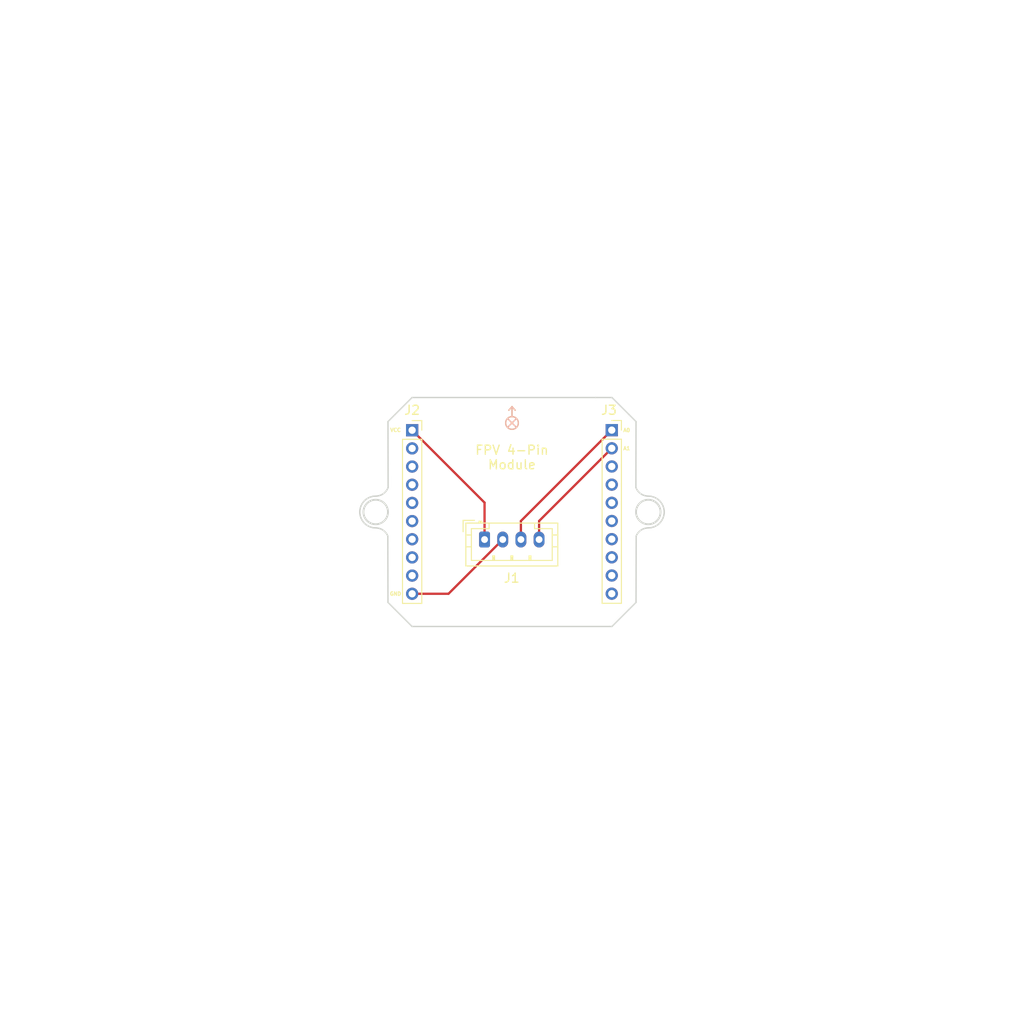
<source format=kicad_pcb>
(kicad_pcb (version 20221018) (generator pcbnew)
  (title_block (title "4-pin FPV Interface for Bitcraze Crazyflie 2.0") (date "2023-10-02") (company "Jose Ignacio Granados Marín") (comment 1 "Desarrollo de un vehículo aéreo no tripulado modular de bajo costo") (comment 2 "Trabajo Final de Graduación") (comment 3 "Área Académica de Ingeniería en Computadores") (comment 4 "Instituto Tecnológico de Costa Rica"))
  (layers (0 "F.Cu" signal) (31 "B.Cu" signal) (34 "B.Paste" user) (35 "F.Paste" user) (36 "B.SilkS" user "B.Silkscreen") (37 "F.SilkS" user "F.Silkscreen") (38 "B.Mask" user) (39 "F.Mask" user) (44 "Edge.Cuts" user))
  (net 0 "")
  (net 1 "Net-(J1-Pin_1)")
  (net 2 "Net-(J1-Pin_2)")
  (net 3 "Net-(J1-Pin_3)")
  (net 4 "Net-(J1-Pin_4)")
  (footprint "Connector_PinSocket_2.00mm:PinSocket_1x10_P2.00mm_Vertical" (layer "F.Cu") (at 138.33 71.28)
    (fp_text reference "J2" (at 0 -2.21) (layer "F.SilkS"))
    (fp_text value "Conn_01x10_Socket" hide)
    (fp_line (start -1.06 1) (end -1.06 19.06) (stroke (width 0.12)) (layer "F.SilkS"))
    (fp_line (start -1.06 1) (end 1.06 1) (stroke (width 0.12)) (layer "F.SilkS"))
    (fp_line (start -1.06 19.06) (end 1.06 19.06) (stroke (width 0.12)) (layer "F.SilkS"))
    (fp_line (start 0 -1.06) (end 1.06 -1.06) (stroke (width 0.12)) (layer "F.SilkS"))
    (fp_line (start 1.06 -1.06) (end 1.06 0) (stroke (width 0.12)) (layer "F.SilkS"))
    (fp_line (start 1.06 1) (end 1.06 19.06) (stroke (width 0.12)) (layer "F.SilkS"))
    (pad "1" thru_hole rect (at 0 0) (size 1.35 1.35) (drill 0.8) (layers "*.Cu" "*.Mask") (net 1 "Net-(J1-Pin_1)"))
    (pad "2" thru_hole oval (at 0 2) (size 1.35 1.35) (drill 0.8) (layers "*.Cu" "*.Mask"))
    (pad "3" thru_hole oval (at 0 4) (size 1.35 1.35) (drill 0.8) (layers "*.Cu" "*.Mask"))
    (pad "4" thru_hole oval (at 0 6) (size 1.35 1.35) (drill 0.8) (layers "*.Cu" "*.Mask"))
    (pad "5" thru_hole oval (at 0 8) (size 1.35 1.35) (drill 0.8) (layers "*.Cu" "*.Mask"))
    (pad "6" thru_hole oval (at 0 10) (size 1.35 1.35) (drill 0.8) (layers "*.Cu" "*.Mask"))
    (pad "7" thru_hole oval (at 0 12) (size 1.35 1.35) (drill 0.8) (layers "*.Cu" "*.Mask"))
    (pad "8" thru_hole oval (at 0 14) (size 1.35 1.35) (drill 0.8) (layers "*.Cu" "*.Mask"))
    (pad "9" thru_hole oval (at 0 16) (size 1.35 1.35) (drill 0.8) (layers "*.Cu" "*.Mask"))
    (pad "10" thru_hole oval (at 0 18) (size 1.35 1.35) (drill 0.8) (layers "*.Cu" "*.Mask") (net 2 "Net-(J1-Pin_2)"))
  )
  (footprint "bitcraze:EXP_ORIENTATION" (layer "F.Cu") (at 149.32 70.48 90)
    (fp_text reference "EXP_ORIENTATION" hide)
    (fp_text value "VAL**" hide)
    (fp_line (start 0 0) (end -0.475 -0.475) (stroke (width 0.15)) (layer "B.SilkS"))
    (fp_line (start 0 0) (end -0.475 0.475) (stroke (width 0.15)) (layer "B.SilkS"))
    (fp_line (start 0 0) (end 0.475 -0.475) (stroke (width 0.15)) (layer "B.SilkS"))
    (fp_line (start 0 0) (end 0.475 0.475) (stroke (width 0.15)) (layer "B.SilkS"))
    (fp_line (start 0.7 0) (end 1.8 0) (stroke (width 0.15)) (layer "B.SilkS"))
    (fp_line (start 1.8 0) (end 1.4 -0.35) (stroke (width 0.15)) (layer "B.SilkS"))
    (fp_line (start 1.8 0) (end 1.4 0.35) (stroke (width 0.15)) (layer "B.SilkS"))
    (fp_circle (center 0 0) (end 0.7 0.025) (stroke (width 0.15)) (fill none) (layer "B.SilkS"))
    (fp_line (start 0.7 0) (end 1.8 0) (stroke (width 0.15)) (layer "F.SilkS"))
    (fp_line (start 1.8 0) (end 1.4 -0.35) (stroke (width 0.15)) (layer "F.SilkS"))
    (fp_line (start 1.8 0) (end 1.4 0.35) (stroke (width 0.15)) (layer "F.SilkS"))
    (fp_circle (center 0 0) (end 0.075 0.025) (stroke (width 0.15)) (fill none) (layer "F.SilkS"))
    (fp_circle (center 0 0) (end 0.7 0.025) (stroke (width 0.15)) (fill none) (layer "F.SilkS"))
  )
  (footprint "Connector_PinSocket_2.00mm:PinSocket_1x10_P2.00mm_Vertical" (layer "F.Cu") (at 160.3 71.27)
    (fp_text reference "J3" (at -0.31 -2.2) (layer "F.SilkS"))
    (fp_text value "Conn_01x10_Socket" hide)
    (fp_line (start -1.06 1) (end -1.06 19.06) (stroke (width 0.12)) (layer "F.SilkS"))
    (fp_line (start -1.06 1) (end 1.06 1) (stroke (width 0.12)) (layer "F.SilkS"))
    (fp_line (start -1.06 19.06) (end 1.06 19.06) (stroke (width 0.12)) (layer "F.SilkS"))
    (fp_line (start 0 -1.06) (end 1.06 -1.06) (stroke (width 0.12)) (layer "F.SilkS"))
    (fp_line (start 1.06 -1.06) (end 1.06 0) (stroke (width 0.12)) (layer "F.SilkS"))
    (fp_line (start 1.06 1) (end 1.06 19.06) (stroke (width 0.12)) (layer "F.SilkS"))
    (pad "1" thru_hole rect (at 0 0) (size 1.35 1.35) (drill 0.8) (layers "*.Cu" "*.Mask") (net 3 "Net-(J1-Pin_3)"))
    (pad "2" thru_hole oval (at 0 2) (size 1.35 1.35) (drill 0.8) (layers "*.Cu" "*.Mask") (net 4 "Net-(J1-Pin_4)"))
    (pad "3" thru_hole oval (at 0 4) (size 1.35 1.35) (drill 0.8) (layers "*.Cu" "*.Mask"))
    (pad "4" thru_hole oval (at 0 6) (size 1.35 1.35) (drill 0.8) (layers "*.Cu" "*.Mask"))
    (pad "5" thru_hole oval (at 0 8) (size 1.35 1.35) (drill 0.8) (layers "*.Cu" "*.Mask"))
    (pad "6" thru_hole oval (at 0 10) (size 1.35 1.35) (drill 0.8) (layers "*.Cu" "*.Mask"))
    (pad "7" thru_hole oval (at 0 12) (size 1.35 1.35) (drill 0.8) (layers "*.Cu" "*.Mask"))
    (pad "8" thru_hole oval (at 0 14) (size 1.35 1.35) (drill 0.8) (layers "*.Cu" "*.Mask"))
    (pad "9" thru_hole oval (at 0 16) (size 1.35 1.35) (drill 0.8) (layers "*.Cu" "*.Mask"))
    (pad "10" thru_hole oval (at 0 18) (size 1.35 1.35) (drill 0.8) (layers "*.Cu" "*.Mask"))
  )
  (footprint "Connector_JST:JST_PH_B4B-PH-K_1x04_P2.00mm_Vertical" (layer "F.Cu") (at 146.3 83.31)
    (fp_text reference "J1" (at 2.99 4.24) (layer "F.SilkS"))
    (fp_text value "Conn_01x04_Socket" hide)
    (fp_line (start -2.36 -2.11) (end -2.36 -0.86) (stroke (width 0.12)) (layer "F.SilkS"))
    (fp_line (start -2.06 -1.81) (end -2.06 2.91) (stroke (width 0.12)) (layer "F.SilkS"))
    (fp_line (start -2.06 -0.5) (end -1.45 -0.5) (stroke (width 0.12)) (layer "F.SilkS"))
    (fp_line (start -2.06 0.8) (end -1.45 0.8) (stroke (width 0.12)) (layer "F.SilkS"))
    (fp_line (start -2.06 2.91) (end 8.06 2.91) (stroke (width 0.12)) (layer "F.SilkS"))
    (fp_line (start -1.45 -1.2) (end -1.45 2.3) (stroke (width 0.12)) (layer "F.SilkS"))
    (fp_line (start -1.45 2.3) (end 7.45 2.3) (stroke (width 0.12)) (layer "F.SilkS"))
    (fp_line (start -1.11 -2.11) (end -2.36 -2.11) (stroke (width 0.12)) (layer "F.SilkS"))
    (fp_line (start -0.6 -2.01) (end -0.6 -1.81) (stroke (width 0.12)) (layer "F.SilkS"))
    (fp_line (start -0.3 -2.01) (end -0.6 -2.01) (stroke (width 0.12)) (layer "F.SilkS"))
    (fp_line (start -0.3 -1.91) (end -0.6 -1.91) (stroke (width 0.12)) (layer "F.SilkS"))
    (fp_line (start -0.3 -1.81) (end -0.3 -2.01) (stroke (width 0.12)) (layer "F.SilkS"))
    (fp_line (start 0.5 -1.81) (end 0.5 -1.2) (stroke (width 0.12)) (layer "F.SilkS"))
    (fp_line (start 0.5 -1.2) (end -1.45 -1.2) (stroke (width 0.12)) (layer "F.SilkS"))
    (fp_line (start 0.9 1.8) (end 1.1 1.8) (stroke (width 0.12)) (layer "F.SilkS"))
    (fp_line (start 0.9 2.3) (end 0.9 1.8) (stroke (width 0.12)) (layer "F.SilkS"))
    (fp_line (start 1 2.3) (end 1 1.8) (stroke (width 0.12)) (layer "F.SilkS"))
    (fp_line (start 1.1 1.8) (end 1.1 2.3) (stroke (width 0.12)) (layer "F.SilkS"))
    (fp_line (start 2.9 1.8) (end 3.1 1.8) (stroke (width 0.12)) (layer "F.SilkS"))
    (fp_line (start 2.9 2.3) (end 2.9 1.8) (stroke (width 0.12)) (layer "F.SilkS"))
    (fp_line (start 3 2.3) (end 3 1.8) (stroke (width 0.12)) (layer "F.SilkS"))
    (fp_line (start 3.1 1.8) (end 3.1 2.3) (stroke (width 0.12)) (layer "F.SilkS"))
    (fp_line (start 4.9 1.8) (end 5.1 1.8) (stroke (width 0.12)) (layer "F.SilkS"))
    (fp_line (start 4.9 2.3) (end 4.9 1.8) (stroke (width 0.12)) (layer "F.SilkS"))
    (fp_line (start 5 2.3) (end 5 1.8) (stroke (width 0.12)) (layer "F.SilkS"))
    (fp_line (start 5.1 1.8) (end 5.1 2.3) (stroke (width 0.12)) (layer "F.SilkS"))
    (fp_line (start 5.5 -1.2) (end 5.5 -1.81) (stroke (width 0.12)) (layer "F.SilkS"))
    (fp_line (start 7.45 -1.2) (end 5.5 -1.2) (stroke (width 0.12)) (layer "F.SilkS"))
    (fp_line (start 7.45 2.3) (end 7.45 -1.2) (stroke (width 0.12)) (layer "F.SilkS"))
    (fp_line (start 8.06 -1.81) (end -2.06 -1.81) (stroke (width 0.12)) (layer "F.SilkS"))
    (fp_line (start 8.06 -0.5) (end 7.45 -0.5) (stroke (width 0.12)) (layer "F.SilkS"))
    (fp_line (start 8.06 0.8) (end 7.45 0.8) (stroke (width 0.12)) (layer "F.SilkS"))
    (fp_line (start 8.06 2.91) (end 8.06 -1.81) (stroke (width 0.12)) (layer "F.SilkS"))
    (pad "1" thru_hole roundrect (at 0 0) (size 1.2 1.75) (drill 0.75) (layers "*.Cu" "*.Mask") (roundrect_rratio 0.2083333333) (net 1 "Net-(J1-Pin_1)"))
    (pad "2" thru_hole oval (at 2 0) (size 1.2 1.75) (drill 0.75) (layers "*.Cu" "*.Mask") (net 2 "Net-(J1-Pin_2)"))
    (pad "3" thru_hole oval (at 4 0) (size 1.2 1.75) (drill 0.75) (layers "*.Cu" "*.Mask") (net 3 "Net-(J1-Pin_3)"))
    (pad "4" thru_hole oval (at 6 0) (size 1.2 1.75) (drill 0.75) (layers "*.Cu" "*.Mask") (net 4 "Net-(J1-Pin_4)"))
  )
  (gr_line (start 133.291018 78.86448) (end 133.211854 78.925557) (stroke (width 0.15)) (layer "Edge.Cuts"))
  (gr_line (start 134.87665 78.419266) (end 134.783021 78.454333) (stroke (width 0.15)) (layer "Edge.Cuts"))
  (gr_line (start 134.517179 82.044017) (end 134.615656 82.061292) (stroke (width 0.15)) (layer "Edge.Cuts"))
  (gr_line (start 166.069317 80.231112) (end 166.069254 80.331099) (stroke (width 0.15)) (layer "Edge.Cuts"))
  (gr_line (start 165.642957 79.134449) (end 165.706222 79.211876) (stroke (width 0.15)) (layer "Edge.Cuts"))
  (gr_line (start 163.325178 82.428846) (end 163.255116 82.500172) (stroke (width 0.15)) (layer "Edge.Cuts"))
  (gr_line (start 133.37354 78.808023) (end 133.291018 78.86448) (stroke (width 0.15)) (layer "Edge.Cuts"))
  (gr_line (start 164.519565 78.541416) (end 164.618533 78.555651) (stroke (width 0.15)) (layer "Edge.Cuts"))
  (gr_line (start 165.911271 81.008256) (end 165.867082 81.097948) (stroke (width 0.15)) (layer "Edge.Cuts"))
  (gr_line (start 133.925628 81.984985) (end 134.023647 82.004725) (stroke (width 0.15)) (layer "Edge.Cuts"))
  (gr_line (start 135.653179 82.919159) (end 135.67 90.23) (stroke (width 0.15)) (layer "Edge.Cuts"))
  (gr_line (start 132.627258 79.836012) (end 132.604664 79.933413) (stroke (width 0.15)) (layer "Edge.Cuts"))
  (gr_line (start 134.615656 82.061292) (end 134.712708 82.085312) (stroke (width 0.15)) (layer "Edge.Cuts"))
  (gr_line (start 162.22 69.58) (end 160.32 67.68) (stroke (width 0.15)) (layer "Edge.Cuts"))
  (gr_line (start 164.32217 82.029999) (end 164.32217 82.029999) (stroke (width 0.15)) (layer "Edge.Cuts"))
  (gr_line (start 164.248807 78.528256) (end 164.32 78.53) (stroke (width 0.15)) (layer "Edge.Cuts"))
  (gr_line (start 135.220639 78.217609) (end 135.140051 78.276783) (stroke (width 0.15)) (layer "Edge.Cuts"))
  (gr_line (start 133.73377 81.928889) (end 133.828898 81.959678) (stroke (width 0.15)) (layer "Edge.Cuts"))
  (gr_line (start 166.034897 80.628755) (end 166.01218 80.726127) (stroke (width 0.15)) (layer "Edge.Cuts"))
  (gr_line (start 135.684789 77.578396) (end 135.647017 77.670967) (stroke (width 0.15)) (layer "Edge.Cuts"))
  (gr_line (start 133.137939 81.570439) (end 133.213567 81.635842) (stroke (width 0.15)) (layer "Edge.Cuts"))
  (gr_line (start 132.655378 79.740062) (end 132.627258 79.836012) (stroke (width 0.15)) (layer "Edge.Cuts"))
  (gr_circle (center 164.32 80.28) (end 165.67 80.28) (stroke (width 0.2)) (fill none) (layer "Edge.Cuts"))
  (gr_line (start 135.384884 82.500172) (end 135.449863 82.576157) (stroke (width 0.15)) (layer "Edge.Cuts"))
  (gr_line (start 132.62782 80.726127) (end 132.656061 80.822042) (stroke (width 0.15)) (layer "Edge.Cuts"))
  (gr_line (start 165.867082 81.097948) (end 165.817842 81.18497) (stroke (width 0.15)) (layer "Edge.Cuts"))
  (gr_line (start 135.647017 77.670967) (end 135.602974 77.760724) (stroke (width 0.15)) (layer "Edge.Cuts"))
  (gr_line (start 164.811102 81.959678) (end 164.714372 81.984985) (stroke (width 0.15)) (layer "Edge.Cuts"))
  (gr_line (start 165.503691 78.991056) (end 165.575373 79.060763) (stroke (width 0.15)) (layer "Edge.Cuts"))
  (gr_line (start 132.933778 79.211876) (end 132.875038 79.292789) (stroke (width 0.15)) (layer "Edge.Cuts"))
  (gr_line (start 134.32 78.53) (end 134.220054 78.532856) (stroke (width 0.15)) (layer "Edge.Cuts"))
  (gr_line (start 165.426433 81.635842) (end 165.347192 81.696819) (stroke (width 0.15)) (layer "Edge.Cuts"))
  (gr_line (start 166.052016 80.530245) (end 166.034897 80.628755) (stroke (width 0.15)) (layer "Edge.Cuts"))
  (gr_line (start 134.712708 82.085312) (end 134.807874 82.115963) (stroke (width 0.15)) (layer "Edge.Cuts"))
  (gr_line (start 165.180848 78.756372) (end 165.26646 78.808023) (stroke (width 0.15)) (layer "Edge.Cuts"))
  (gr_line (start 135.140051 78.276783) (end 135.055588 78.330281) (stroke (width 0.15)) (layer "Edge.Cuts"))
  (gr_line (start 135.314822 82.428846) (end 135.384884 82.500172) (stroke (width 0.15)) (layer "Edge.Cuts"))
  (gr_line (start 165.950266 80.916188) (end 165.911271 81.008256) (stroke (width 0.15)) (layer "Edge.Cuts"))
  (gr_circle (center 134.32 80.28) (end 135.67 80.28) (stroke (width 0.2)) (fill none) (layer "Edge.Cuts"))
  (gr_line (start 134.687204 78.482884) (end 134.589652 78.504785) (stroke (width 0.15)) (layer "Edge.Cuts"))
  (gr_line (start 162.955211 77.578396) (end 162.992983 77.670967) (stroke (width 0.15)) (layer "Edge.Cuts"))
  (gr_line (start 164.417737 82.027269) (end 164.32217 82.029999) (stroke (width 0.15)) (layer "Edge.Cuts"))
  (gr_line (start 163.190137 82.576157) (end 163.130547 82.656438) (stroke (width 0.15)) (layer "Edge.Cuts"))
  (gr_line (start 132.72781 79.553755) (end 132.688931 79.645873) (stroke (width 0.15)) (layer "Edge.Cuts"))
  (gr_line (start 134.220054 78.532856) (end 134.120435 78.541416) (stroke (width 0.15)) (layer "Edge.Cuts"))
  (gr_line (start 165.641508 81.427222) (end 165.573831 81.500823) (stroke (width 0.15)) (layer "Edge.Cuts"))
  (gr_line (start 163.143059 77.930117) (end 163.20455 78.008951) (stroke (width 0.15)) (layer "Edge.Cuts"))
  (gr_line (start 165.868114 79.464008) (end 165.91219 79.553755) (stroke (width 0.15)) (layer "Edge.Cuts"))
  (gr_line (start 132.576519 80.430918) (end 132.587984 80.530245) (stroke (width 0.15)) (layer "Edge.Cuts"))
  (gr_line (start 133.461078 81.804715) (end 133.54956 81.851281) (stroke (width 0.15)) (layer "Edge.Cuts"))
  (gr_line (start 165.001482 78.668143) (end 165.092426 78.709694) (stroke (width 0.15)) (layer "Edge.Cuts"))
  (gr_line (start 163.562411 82.246089) (end 163.479191 82.301502) (stroke (width 0.15)) (layer "Edge.Cuts"))
  (gr_line (start 163.952796 78.482884) (end 164.050348 78.504785) (stroke (width 0.15)) (layer "Edge.Cuts"))
  (gr_line (start 163.076632 82.740636) (end 163.028647 82.828348) (stroke (width 0.15)) (layer "Edge.Cuts"))
  (gr_line (start 133.213567 81.635842) (end 133.292808 81.696819) (stroke (width 0.15)) (layer "Edge.Cuts"))
  (gr_line (start 164.32217 82.029999) (end 164.222254 82.03357) (stroke (width 0.15)) (layer "Edge.Cuts"))
  (gr_line (start 163.271312 78.083376) (end 163.343028 78.153038) (stroke (width 0.15)) (layer "Edge.Cuts"))
  (gr_line (start 133.54956 81.851281) (end 133.640556 81.892717) (stroke (width 0.15)) (layer "Edge.Cuts"))
  (gr_line (start 133.066169 81.500823) (end 133.137939 81.570439) (stroke (width 0.15)) (layer "Edge.Cuts"))
  (gr_line (start 163.399988 82.362517) (end 163.325178 82.428846) (stroke (width 0.15)) (layer "Edge.Cuts"))
  (gr_line (start 163.130547 82.656438) (end 163.076632 82.740636) (stroke (width 0.15)) (layer "Edge.Cuts"))
  (gr_line (start 135.160809 82.301502) (end 135.240012 82.362517) (stroke (width 0.15)) (layer "Edge.Cuts"))
  (gr_line (start 132.821015 79.376924) (end 132.771886 79.464008) (stroke (width 0.15)) (layer "Edge.Cuts"))
  (gr_line (start 133.731686 78.631853) (end 133.638518 78.668143) (stroke (width 0.15)) (layer "Edge.Cuts"))
  (gr_line (start 135.55287 77.847244) (end 135.496941 77.930117) (stroke (width 0.15)) (layer "Edge.Cuts"))
  (gr_line (start 165.763713 81.269037) (end 165.704871 81.349876) (stroke (width 0.15)) (layer "Edge.Cuts"))
  (gr_line (start 135.496941 77.930117) (end 135.43545 78.008951) (stroke (width 0.15)) (layer "Edge.Cuts"))
  (gr_line (start 163.08713 77.847244) (end 163.143059 77.930117) (stroke (width 0.15)) (layer "Edge.Cuts"))
  (gr_line (start 133.064627 79.060763) (end 132.997043 79.134449) (stroke (width 0.15)) (layer "Edge.Cuts"))
  (gr_line (start 166.063481 80.430918) (end 166.052016 80.530245) (stroke (width 0.15)) (layer "Edge.Cuts"))
  (gr_line (start 134.31783 82.029999) (end 134.417746 82.03357) (stroke (width 0.15)) (layer "Edge.Cuts"))
  (gr_line (start 164.999444 81.892717) (end 164.90623 81.928889) (stroke (width 0.15)) (layer "Edge.Cuts"))
  (gr_line (start 132.997043 79.134449) (end 132.933778 79.211876) (stroke (width 0.15)) (layer "Edge.Cuts"))
  (gr_line (start 163.419361 78.217609) (end 163.499949 78.276783) (stroke (width 0.15)) (layer "Edge.Cuts"))
  (gr_line (start 165.178922 81.804715) (end 165.09044 81.851281) (stroke (width 0.15)) (layer "Edge.Cuts"))
  (gr_line (start 135.055588 78.330281) (end 134.967649 78.377851) (stroke (width 0.15)) (layer "Edge.Cuts"))
  (gr_line (start 164.122821 82.044017) (end 164.024344 82.061292) (stroke (width 0.15)) (layer "Edge.Cuts"))
  (gr_line (start 133.923474 78.575515) (end 133.826775 78.600944) (stroke (width 0.15)) (layer "Edge.Cuts"))
  (gr_line (start 165.706222 79.211876) (end 165.764962 79.292789) (stroke (width 0.15)) (layer "Edge.Cuts"))
  (gr_line (start 163.037026 77.760724) (end 163.08713 77.847244) (stroke (width 0.15)) (layer "Edge.Cuts"))
  (gr_line (start 135.509453 82.656438) (end 135.563368 82.740636) (stroke (width 0.15)) (layer "Edge.Cuts"))
  (gr_line (start 164.517367 82.018835) (end 164.417737 82.027269) (stroke (width 0.15)) (layer "Edge.Cuts"))
  (gr_line (start 132.876287 81.269037) (end 132.935129 81.349876) (stroke (width 0.15)) (layer "Edge.Cuts"))
  (gr_line (start 132.998492 81.427222) (end 133.066169 81.500823) (stroke (width 0.15)) (layer "Edge.Cuts"))
  (gr_line (start 164.222254 82.03357) (end 164.122821 82.044017) (stroke (width 0.15)) (layer "Edge.Cuts"))
  (gr_line (start 135.602974 77.760724) (end 135.55287 77.847244) (stroke (width 0.15)) (layer "Edge.Cuts"))
  (gr_line (start 165.09044 81.851281) (end 164.999444 81.892717) (stroke (width 0.15)) (layer "Edge.Cuts"))
  (gr_line (start 132.822158 81.18497) (end 132.876287 81.269037) (stroke (width 0.15)) (layer "Edge.Cuts"))
  (gr_line (start 163.76335 78.419266) (end 163.856979 78.454333) (stroke (width 0.15)) (layer "Edge.Cuts"))
  (gr_line (start 134.967649 78.377851) (end 134.87665 78.419266) (stroke (width 0.15)) (layer "Edge.Cuts"))
  (gr_line (start 135.077589 82.246089) (end 135.160809 82.301502) (stroke (width 0.15)) (layer "Edge.Cuts"))
  (gr_line (start 135.43545 78.008951) (end 135.368688 78.083376) (stroke (width 0.15)) (layer "Edge.Cuts"))
  (gr_line (start 163.672351 78.377851) (end 163.76335 78.419266) (stroke (width 0.15)) (layer "Edge.Cuts"))
  (gr_line (start 132.587669 80.031944) (end 132.57633 80.131285) (stroke (width 0.15)) (layer "Edge.Cuts"))
  (gr_line (start 166.069254 80.331099) (end 166.063481 80.430918) (stroke (width 0.15)) (layer "Edge.Cuts"))
  (gr_line (start 132.688931 79.645873) (end 132.655378 79.740062) (stroke (width 0.15)) (layer "Edge.Cuts"))
  (gr_line (start 165.348982 78.86448) (end 165.428146 78.925557) (stroke (width 0.15)) (layer "Edge.Cuts"))
  (gr_line (start 163.028647 82.828348) (end 162.986821 82.919159) (stroke (width 0.15)) (layer "Edge.Cuts"))
  (gr_line (start 138.32 67.68) (end 158.52 67.68) (stroke (width 0.15)) (layer "Edge.Cuts"))
  (gr_line (start 163.20455 78.008951) (end 163.271312 78.083376) (stroke (width 0.15)) (layer "Edge.Cuts"))
  (gr_line (start 134.807874 82.115963) (end 134.900701 82.153098) (stroke (width 0.15)) (layer "Edge.Cuts"))
  (gr_line (start 165.428146 78.925557) (end 165.503691 78.991056) (stroke (width 0.15)) (layer "Edge.Cuts"))
  (gr_line (start 166.052331 80.031944) (end 166.06367 80.131285) (stroke (width 0.15)) (layer "Edge.Cuts"))
  (gr_line (start 134.391193 78.528256) (end 134.32 78.53) (stroke (width 0.15)) (layer "Edge.Cuts"))
  (gr_line (start 132.875038 79.292789) (end 132.821015 79.376924) (stroke (width 0.15)) (layer "Edge.Cuts"))
  (gr_line (start 165.573831 81.500823) (end 165.502061 81.570439) (stroke (width 0.15)) (layer "Edge.Cuts"))
  (gr_line (start 164.908314 78.631853) (end 165.001482 78.668143) (stroke (width 0.15)) (layer "Edge.Cuts"))
  (gr_line (start 136.42 90.98) (end 138.32 92.88) (stroke (width 0.15)) (layer "Edge.Cuts"))
  (gr_line (start 133.638518 78.668143) (end 133.547574 78.709694) (stroke (width 0.15)) (layer "Edge.Cuts"))
  (gr_line (start 134.490826 78.519933) (end 134.391193 78.528256) (stroke (width 0.15)) (layer "Edge.Cuts"))
  (gr_line (start 134.783021 78.454333) (end 134.687204 78.482884) (stroke (width 0.15)) (layer "Edge.Cuts"))
  (gr_line (start 163.479191 82.301502) (end 163.399988 82.362517) (stroke (width 0.15)) (layer "Edge.Cuts"))
  (gr_line (start 166.01218 80.726127) (end 165.983939 80.822042) (stroke (width 0.15)) (layer "Edge.Cuts"))
  (gr_line (start 162.992983 77.670967) (end 163.037026 77.760724) (stroke (width 0.15)) (layer "Edge.Cuts"))
  (gr_line (start 132.570746 80.331099) (end 132.576519 80.430918) (stroke (width 0.15)) (layer "Edge.Cuts"))
  (gr_line (start 133.547574 78.709694) (end 133.459152 78.756372) (stroke (width 0.15)) (layer "Edge.Cuts"))
  (gr_line (start 135.563368 82.740636) (end 135.611353 82.828348) (stroke (width 0.15)) (layer "Edge.Cuts"))
  (gr_line (start 165.347192 81.696819) (end 165.264599 81.753172) (stroke (width 0.15)) (layer "Edge.Cuts"))
  (gr_line (start 133.826775 78.600944) (end 133.731686 78.631853) (stroke (width 0.15)) (layer "Edge.Cuts"))
  (gr_line (start 164.32 78.53) (end 164.419946 78.532856) (stroke (width 0.15)) (layer "Edge.Cuts"))
  (gr_line (start 135.67 90.23) (end 136.42 90.98) (stroke (width 0.15)) (layer "Edge.Cuts"))
  (gr_line (start 134.990749 82.196543) (end 135.077589 82.246089) (stroke (width 0.15)) (layer "Edge.Cuts"))
  (gr_line (start 165.26646 78.808023) (end 165.348982 78.86448) (stroke (width 0.15)) (layer "Edge.Cuts"))
  (gr_line (start 163.856979 78.454333) (end 163.952796 78.482884) (stroke (width 0.15)) (layer "Edge.Cuts"))
  (gr_line (start 165.092426 78.709694) (end 165.180848 78.756372) (stroke (width 0.15)) (layer "Edge.Cuts"))
  (gr_line (start 166.035336 79.933413) (end 166.052331 80.031944) (stroke (width 0.15)) (layer "Edge.Cuts"))
  (gr_line (start 163.343028 78.153038) (end 163.419361 78.217609) (stroke (width 0.15)) (layer "Edge.Cuts"))
  (gr_line (start 162.97 90.23) (end 162.22 90.98) (stroke (width 0.15)) (layer "Edge.Cuts"))
  (gr_line (start 164.813225 78.600944) (end 164.908314 78.631853) (stroke (width 0.15)) (layer "Edge.Cuts"))
  (gr_line (start 132.57633 80.131285) (end 132.570683 80.231112) (stroke (width 0.15)) (layer "Edge.Cuts"))
  (gr_line (start 165.984622 79.740062) (end 166.012742 79.836012) (stroke (width 0.15)) (layer "Edge.Cuts"))
  (gr_line (start 134.120435 78.541416) (end 134.021467 78.555651) (stroke (width 0.15)) (layer "Edge.Cuts"))
  (gr_line (start 165.704871 81.349876) (end 165.641508 81.427222) (stroke (width 0.15)) (layer "Edge.Cuts"))
  (gr_line (start 166.06367 80.131285) (end 166.069317 80.231112) (stroke (width 0.15)) (layer "Edge.Cuts"))
  (gr_line (start 162.97 70.33) (end 162.22 69.58) (stroke (width 0.15)) (layer "Edge.Cuts"))
  (gr_line (start 164.714372 81.984985) (end 164.616353 82.004725) (stroke (width 0.15)) (layer "Edge.Cuts"))
  (gr_line (start 166.012742 79.836012) (end 166.035336 79.933413) (stroke (width 0.15)) (layer "Edge.Cuts"))
  (gr_line (start 164.050348 78.504785) (end 164.149174 78.519933) (stroke (width 0.15)) (layer "Edge.Cuts"))
  (gr_line (start 132.772918 81.097948) (end 132.822158 81.18497) (stroke (width 0.15)) (layer "Edge.Cuts"))
  (gr_line (start 165.764962 79.292789) (end 165.818985 79.376924) (stroke (width 0.15)) (layer "Edge.Cuts"))
  (gr_line (start 163.927292 82.085312) (end 163.832126 82.115963) (stroke (width 0.15)) (layer "Edge.Cuts"))
  (gr_line (start 160.32 67.68) (end 158.52 67.68) (stroke (width 0.15)) (layer "Edge.Cuts"))
  (gr_line (start 163.255116 82.500172) (end 163.190137 82.576157) (stroke (width 0.15)) (layer "Edge.Cuts"))
  (gr_line (start 164.90623 81.928889) (end 164.811102 81.959678) (stroke (width 0.15)) (layer "Edge.Cuts"))
  (gr_line (start 160.32 92.88) (end 138.32 92.88) (stroke (width 0.15)) (layer "Edge.Cuts"))
  (gr_line (start 133.640556 81.892717) (end 133.73377 81.928889) (stroke (width 0.15)) (layer "Edge.Cuts"))
  (gr_line (start 165.575373 79.060763) (end 165.642957 79.134449) (stroke (width 0.15)) (layer "Edge.Cuts"))
  (gr_line (start 133.292808 81.696819) (end 133.375401 81.753172) (stroke (width 0.15)) (layer "Edge.Cuts"))
  (gr_line (start 164.618533 78.555651) (end 164.716526 78.575515) (stroke (width 0.15)) (layer "Edge.Cuts"))
  (gr_line (start 133.828898 81.959678) (end 133.925628 81.984985) (stroke (width 0.15)) (layer "Edge.Cuts"))
  (gr_line (start 132.935129 81.349876) (end 132.998492 81.427222) (stroke (width 0.15)) (layer "Edge.Cuts"))
  (gr_line (start 132.587984 80.530245) (end 132.605103 80.628755) (stroke (width 0.15)) (layer "Edge.Cuts"))
  (gr_line (start 132.771886 79.464008) (end 132.72781 79.553755) (stroke (width 0.15)) (layer "Edge.Cuts"))
  (gr_line (start 134.222263 82.027269) (end 134.31783 82.029999) (stroke (width 0.15)) (layer "Edge.Cuts"))
  (gr_line (start 165.91219 79.553755) (end 165.951069 79.645873) (stroke (width 0.15)) (layer "Edge.Cuts"))
  (gr_line (start 162.986821 82.919159) (end 162.97 90.23) (stroke (width 0.15)) (layer "Edge.Cuts"))
  (gr_line (start 163.499949 78.276783) (end 163.584412 78.330281) (stroke (width 0.15)) (layer "Edge.Cuts"))
  (gr_line (start 165.817842 81.18497) (end 165.763713 81.269037) (stroke (width 0.15)) (layer "Edge.Cuts"))
  (gr_line (start 164.024344 82.061292) (end 163.927292 82.085312) (stroke (width 0.15)) (layer "Edge.Cuts"))
  (gr_line (start 134.589652 78.504785) (end 134.490826 78.519933) (stroke (width 0.15)) (layer "Edge.Cuts"))
  (gr_line (start 133.375401 81.753172) (end 133.461078 81.804715) (stroke (width 0.15)) (layer "Edge.Cuts"))
  (gr_line (start 135.296972 78.153038) (end 135.220639 78.217609) (stroke (width 0.15)) (layer "Edge.Cuts"))
  (gr_line (start 164.716526 78.575515) (end 164.813225 78.600944) (stroke (width 0.15)) (layer "Edge.Cuts"))
  (gr_line (start 132.689734 80.916188) (end 132.728729 81.008256) (stroke (width 0.15)) (layer "Edge.Cuts"))
  (gr_line (start 134.900701 82.153098) (end 134.990749 82.196543) (stroke (width 0.15)) (layer "Edge.Cuts"))
  (gr_line (start 135.449863 82.576157) (end 135.509453 82.656438) (stroke (width 0.15)) (layer "Edge.Cuts"))
  (gr_line (start 132.656061 80.822042) (end 132.689734 80.916188) (stroke (width 0.15)) (layer "Edge.Cuts"))
  (gr_line (start 134.023647 82.004725) (end 134.122633 82.018835) (stroke (width 0.15)) (layer "Edge.Cuts"))
  (gr_line (start 134.122633 82.018835) (end 134.222263 82.027269) (stroke (width 0.15)) (layer "Edge.Cuts"))
  (gr_line (start 135.611353 82.828348) (end 135.653179 82.919159) (stroke (width 0.15)) (layer "Edge.Cuts"))
  (gr_line (start 163.649251 82.196543) (end 163.562411 82.246089) (stroke (width 0.15)) (layer "Edge.Cuts"))
  (gr_line (start 165.818985 79.376924) (end 165.868114 79.464008) (stroke (width 0.15)) (layer "Edge.Cuts"))
  (gr_line (start 165.983939 80.822042) (end 165.950266 80.916188) (stroke (width 0.15)) (layer "Edge.Cuts"))
  (gr_line (start 164.419946 78.532856) (end 164.519565 78.541416) (stroke (width 0.15)) (layer "Edge.Cuts"))
  (gr_line (start 135.684789 77.578396) (end 135.67 70.33) (stroke (width 0.15)) (layer "Edge.Cuts"))
  (gr_line (start 133.136309 78.991056) (end 133.064627 79.060763) (stroke (width 0.15)) (layer "Edge.Cuts"))
  (gr_line (start 165.264599 81.753172) (end 165.178922 81.804715) (stroke (width 0.15)) (layer "Edge.Cuts"))
  (gr_line (start 162.22 90.98) (end 160.32 92.88) (stroke (width 0.15)) (layer "Edge.Cuts"))
  (gr_line (start 135.368688 78.083376) (end 135.296972 78.153038) (stroke (width 0.15)) (layer "Edge.Cuts"))
  (gr_line (start 165.502061 81.570439) (end 165.426433 81.635842) (stroke (width 0.15)) (layer "Edge.Cuts"))
  (gr_line (start 135.240012 82.362517) (end 135.314822 82.428846) (stroke (width 0.15)) (layer "Edge.Cuts"))
  (gr_line (start 133.459152 78.756372) (end 133.37354 78.808023) (stroke (width 0.15)) (layer "Edge.Cuts"))
  (gr_line (start 132.605103 80.628755) (end 132.62782 80.726127) (stroke (width 0.15)) (layer "Edge.Cuts"))
  (gr_line (start 132.570683 80.231112) (end 132.570746 80.331099) (stroke (width 0.15)) (layer "Edge.Cuts"))
  (gr_line (start 134.021467 78.555651) (end 133.923474 78.575515) (stroke (width 0.15)) (layer "Edge.Cuts"))
  (gr_line (start 164.616353 82.004725) (end 164.517367 82.018835) (stroke (width 0.15)) (layer "Edge.Cuts"))
  (gr_line (start 163.832126 82.115963) (end 163.739299 82.153098) (stroke (width 0.15)) (layer "Edge.Cuts"))
  (gr_line (start 136.42 69.58) (end 138.32 67.68) (stroke (width 0.15)) (layer "Edge.Cuts"))
  (gr_line (start 162.955211 77.578396) (end 162.97 70.33) (stroke (width 0.15)) (layer "Edge.Cuts"))
  (gr_line (start 135.67 70.33) (end 136.42 69.58) (stroke (width 0.15)) (layer "Edge.Cuts"))
  (gr_line (start 132.728729 81.008256) (end 132.772918 81.097948) (stroke (width 0.15)) (layer "Edge.Cuts"))
  (gr_line (start 164.149174 78.519933) (end 164.248807 78.528256) (stroke (width 0.15)) (layer "Edge.Cuts"))
  (gr_line (start 133.211854 78.925557) (end 133.136309 78.991056) (stroke (width 0.15)) (layer "Edge.Cuts"))
  (gr_line (start 165.951069 79.645873) (end 165.984622 79.740062) (stroke (width 0.15)) (layer "Edge.Cuts"))
  (gr_line (start 132.604664 79.933413) (end 132.587669 80.031944) (stroke (width 0.15)) (layer "Edge.Cuts"))
  (gr_line (start 134.417746 82.03357) (end 134.517179 82.044017) (stroke (width 0.15)) (layer "Edge.Cuts"))
  (gr_line (start 163.584412 78.330281) (end 163.672351 78.377851) (stroke (width 0.15)) (layer "Edge.Cuts"))
  (gr_line (start 163.739299 82.153098) (end 163.649251 82.196543) (stroke (width 0.15)) (layer "Edge.Cuts"))
  (gr_text "A1\n" (at 161.94 73.28) (layer "F.SilkS") (effects (font (size 0.4 0.4) (thickness 0.1) bold)))
  (gr_text "VCC" (at 136.5002 71.2608) (layer "F.SilkS") (effects (font (size 0.4 0.4) (thickness 0.1) bold)))
  (gr_text "FPV 4-Pin\nModule" (at 149.313 74.2688) (layer "F.SilkS") (effects (font (size 1 1))))
  (gr_text "A0" (at 161.9402 71.2808) (layer "F.SilkS") (effects (font (size 0.4 0.4) (thickness 0.1) bold)))
  (gr_text "GND" (at 136.5002 89.2808) (layer "F.SilkS") (effects (font (size 0.4 0.4) (thickness 0.1) bold)))
  (segment (start 146.3 83.31) (end 146.3 79.25) (width 0.25) (layer "F.Cu") (net 1))
  (segment (start 146.3 79.25) (end 138.33 71.28) (width 0.25) (layer "F.Cu") (net 1))
  (segment (start 148.3 83.31) (end 142.33 89.28) (width 0.25) (layer "F.Cu") (net 2))
  (segment (start 142.33 89.28) (end 138.33 89.28) (width 0.25) (layer "F.Cu") (net 2))
  (segment (start 150.3 83.31) (end 150.3 81.27) (width 0.25) (layer "F.Cu") (net 3))
  (segment (start 150.3 81.27) (end 160.3 71.27) (width 0.25) (layer "F.Cu") (net 3))
  (segment (start 152.3 81.27) (end 160.3 73.27) (width 0.25) (layer "F.Cu") (net 4))
  (segment (start 152.3 83.31) (end 152.3 81.27) (width 0.25) (layer "F.Cu") (net 4))
)
</source>
